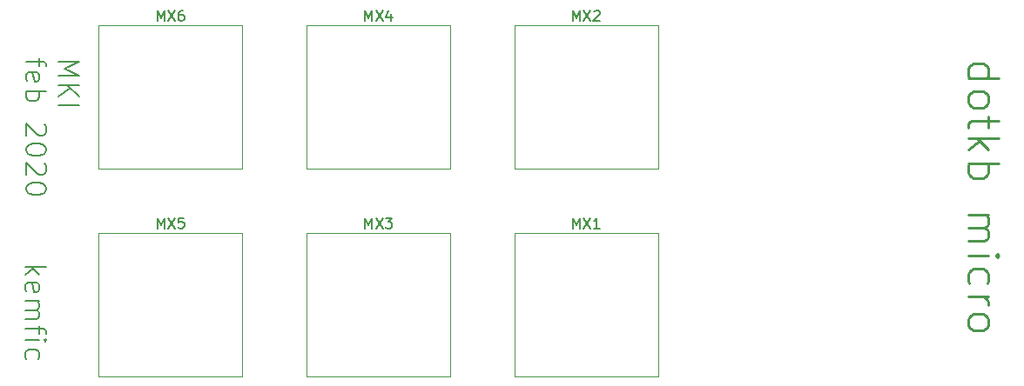
<source format=gbr>
G04 #@! TF.GenerationSoftware,KiCad,Pcbnew,5.1.5-52549c5~84~ubuntu18.04.1*
G04 #@! TF.CreationDate,2020-02-23T16:11:41-08:00*
G04 #@! TF.ProjectId,dotkb_micro,646f746b-625f-46d6-9963-726f2e6b6963,rev?*
G04 #@! TF.SameCoordinates,Original*
G04 #@! TF.FileFunction,Legend,Top*
G04 #@! TF.FilePolarity,Positive*
%FSLAX46Y46*%
G04 Gerber Fmt 4.6, Leading zero omitted, Abs format (unit mm)*
G04 Created by KiCad (PCBNEW 5.1.5-52549c5~84~ubuntu18.04.1) date 2020-02-23 16:11:41*
%MOMM*%
%LPD*%
G04 APERTURE LIST*
%ADD10C,0.200000*%
%ADD11C,0.250000*%
%ADD12C,0.120000*%
%ADD13C,0.150000*%
G04 APERTURE END LIST*
D10*
X57210438Y-99045466D02*
X59210438Y-99045466D01*
X57972342Y-99235942D02*
X57210438Y-99807371D01*
X58543771Y-99807371D02*
X57781866Y-99045466D01*
X57305676Y-101426419D02*
X57210438Y-101235942D01*
X57210438Y-100854990D01*
X57305676Y-100664514D01*
X57496152Y-100569276D01*
X58258057Y-100569276D01*
X58448533Y-100664514D01*
X58543771Y-100854990D01*
X58543771Y-101235942D01*
X58448533Y-101426419D01*
X58258057Y-101521657D01*
X58067580Y-101521657D01*
X57877104Y-100569276D01*
X57210438Y-102378800D02*
X58543771Y-102378800D01*
X58353295Y-102378800D02*
X58448533Y-102474038D01*
X58543771Y-102664514D01*
X58543771Y-102950228D01*
X58448533Y-103140704D01*
X58258057Y-103235942D01*
X57210438Y-103235942D01*
X58258057Y-103235942D02*
X58448533Y-103331180D01*
X58543771Y-103521657D01*
X58543771Y-103807371D01*
X58448533Y-103997847D01*
X58258057Y-104093085D01*
X57210438Y-104093085D01*
X58543771Y-104759752D02*
X58543771Y-105521657D01*
X57210438Y-105045466D02*
X58924723Y-105045466D01*
X59115200Y-105140704D01*
X59210438Y-105331180D01*
X59210438Y-105521657D01*
X57210438Y-106188323D02*
X58543771Y-106188323D01*
X59210438Y-106188323D02*
X59115200Y-106093085D01*
X59019961Y-106188323D01*
X59115200Y-106283561D01*
X59210438Y-106188323D01*
X59019961Y-106188323D01*
X57305676Y-107997847D02*
X57210438Y-107807371D01*
X57210438Y-107426419D01*
X57305676Y-107235942D01*
X57400914Y-107140704D01*
X57591390Y-107045466D01*
X58162819Y-107045466D01*
X58353295Y-107140704D01*
X58448533Y-107235942D01*
X58543771Y-107426419D01*
X58543771Y-107807371D01*
X58448533Y-107997847D01*
X60436038Y-79041390D02*
X62436038Y-79041390D01*
X61007466Y-79708057D01*
X62436038Y-80374723D01*
X60436038Y-80374723D01*
X60436038Y-81327104D02*
X62436038Y-81327104D01*
X60436038Y-82469961D02*
X61578895Y-81612819D01*
X62436038Y-82469961D02*
X61293180Y-81327104D01*
X60436038Y-83327104D02*
X62436038Y-83327104D01*
X58569371Y-78755676D02*
X58569371Y-79517580D01*
X57236038Y-79041390D02*
X58950323Y-79041390D01*
X59140800Y-79136628D01*
X59236038Y-79327104D01*
X59236038Y-79517580D01*
X57331276Y-80946152D02*
X57236038Y-80755676D01*
X57236038Y-80374723D01*
X57331276Y-80184247D01*
X57521752Y-80089009D01*
X58283657Y-80089009D01*
X58474133Y-80184247D01*
X58569371Y-80374723D01*
X58569371Y-80755676D01*
X58474133Y-80946152D01*
X58283657Y-81041390D01*
X58093180Y-81041390D01*
X57902704Y-80089009D01*
X57236038Y-81898533D02*
X59236038Y-81898533D01*
X58474133Y-81898533D02*
X58569371Y-82089009D01*
X58569371Y-82469961D01*
X58474133Y-82660438D01*
X58378895Y-82755676D01*
X58188419Y-82850914D01*
X57616990Y-82850914D01*
X57426514Y-82755676D01*
X57331276Y-82660438D01*
X57236038Y-82469961D01*
X57236038Y-82089009D01*
X57331276Y-81898533D01*
X59045561Y-85136628D02*
X59140800Y-85231866D01*
X59236038Y-85422342D01*
X59236038Y-85898533D01*
X59140800Y-86089009D01*
X59045561Y-86184247D01*
X58855085Y-86279485D01*
X58664609Y-86279485D01*
X58378895Y-86184247D01*
X57236038Y-85041390D01*
X57236038Y-86279485D01*
X59236038Y-87517580D02*
X59236038Y-87708057D01*
X59140800Y-87898533D01*
X59045561Y-87993771D01*
X58855085Y-88089009D01*
X58474133Y-88184247D01*
X57997942Y-88184247D01*
X57616990Y-88089009D01*
X57426514Y-87993771D01*
X57331276Y-87898533D01*
X57236038Y-87708057D01*
X57236038Y-87517580D01*
X57331276Y-87327104D01*
X57426514Y-87231866D01*
X57616990Y-87136628D01*
X57997942Y-87041390D01*
X58474133Y-87041390D01*
X58855085Y-87136628D01*
X59045561Y-87231866D01*
X59140800Y-87327104D01*
X59236038Y-87517580D01*
X59045561Y-88946152D02*
X59140800Y-89041390D01*
X59236038Y-89231866D01*
X59236038Y-89708057D01*
X59140800Y-89898533D01*
X59045561Y-89993771D01*
X58855085Y-90089009D01*
X58664609Y-90089009D01*
X58378895Y-89993771D01*
X57236038Y-88850914D01*
X57236038Y-90089009D01*
X59236038Y-91327104D02*
X59236038Y-91517580D01*
X59140800Y-91708057D01*
X59045561Y-91803295D01*
X58855085Y-91898533D01*
X58474133Y-91993771D01*
X57997942Y-91993771D01*
X57616990Y-91898533D01*
X57426514Y-91803295D01*
X57331276Y-91708057D01*
X57236038Y-91517580D01*
X57236038Y-91327104D01*
X57331276Y-91136628D01*
X57426514Y-91041390D01*
X57616990Y-90946152D01*
X57997942Y-90850914D01*
X58474133Y-90850914D01*
X58855085Y-90946152D01*
X59045561Y-91041390D01*
X59140800Y-91136628D01*
X59236038Y-91327104D01*
D11*
X148858457Y-80648500D02*
X151858457Y-80648500D01*
X149001314Y-80648500D02*
X148858457Y-80362785D01*
X148858457Y-79791357D01*
X149001314Y-79505642D01*
X149144171Y-79362785D01*
X149429885Y-79219928D01*
X150287028Y-79219928D01*
X150572742Y-79362785D01*
X150715600Y-79505642D01*
X150858457Y-79791357D01*
X150858457Y-80362785D01*
X150715600Y-80648500D01*
X148858457Y-82505642D02*
X149001314Y-82219928D01*
X149144171Y-82077071D01*
X149429885Y-81934214D01*
X150287028Y-81934214D01*
X150572742Y-82077071D01*
X150715600Y-82219928D01*
X150858457Y-82505642D01*
X150858457Y-82934214D01*
X150715600Y-83219928D01*
X150572742Y-83362785D01*
X150287028Y-83505642D01*
X149429885Y-83505642D01*
X149144171Y-83362785D01*
X149001314Y-83219928D01*
X148858457Y-82934214D01*
X148858457Y-82505642D01*
X150858457Y-84362785D02*
X150858457Y-85505642D01*
X151858457Y-84791357D02*
X149287028Y-84791357D01*
X149001314Y-84934214D01*
X148858457Y-85219928D01*
X148858457Y-85505642D01*
X148858457Y-86505642D02*
X151858457Y-86505642D01*
X150001314Y-86791357D02*
X148858457Y-87648500D01*
X150858457Y-87648500D02*
X149715600Y-86505642D01*
X148858457Y-88934214D02*
X151858457Y-88934214D01*
X150715600Y-88934214D02*
X150858457Y-89219928D01*
X150858457Y-89791357D01*
X150715600Y-90077071D01*
X150572742Y-90219928D01*
X150287028Y-90362785D01*
X149429885Y-90362785D01*
X149144171Y-90219928D01*
X149001314Y-90077071D01*
X148858457Y-89791357D01*
X148858457Y-89219928D01*
X149001314Y-88934214D01*
X148858457Y-93934214D02*
X150858457Y-93934214D01*
X150572742Y-93934214D02*
X150715600Y-94077071D01*
X150858457Y-94362785D01*
X150858457Y-94791357D01*
X150715600Y-95077071D01*
X150429885Y-95219928D01*
X148858457Y-95219928D01*
X150429885Y-95219928D02*
X150715600Y-95362785D01*
X150858457Y-95648500D01*
X150858457Y-96077071D01*
X150715600Y-96362785D01*
X150429885Y-96505642D01*
X148858457Y-96505642D01*
X148858457Y-97934214D02*
X150858457Y-97934214D01*
X151858457Y-97934214D02*
X151715600Y-97791357D01*
X151572742Y-97934214D01*
X151715600Y-98077071D01*
X151858457Y-97934214D01*
X151572742Y-97934214D01*
X149001314Y-100648500D02*
X148858457Y-100362785D01*
X148858457Y-99791357D01*
X149001314Y-99505642D01*
X149144171Y-99362785D01*
X149429885Y-99219928D01*
X150287028Y-99219928D01*
X150572742Y-99362785D01*
X150715600Y-99505642D01*
X150858457Y-99791357D01*
X150858457Y-100362785D01*
X150715600Y-100648500D01*
X148858457Y-101934214D02*
X150858457Y-101934214D01*
X150287028Y-101934214D02*
X150572742Y-102077071D01*
X150715600Y-102219928D01*
X150858457Y-102505642D01*
X150858457Y-102791357D01*
X148858457Y-104219928D02*
X149001314Y-103934214D01*
X149144171Y-103791357D01*
X149429885Y-103648500D01*
X150287028Y-103648500D01*
X150572742Y-103791357D01*
X150715600Y-103934214D01*
X150858457Y-104219928D01*
X150858457Y-104648500D01*
X150715600Y-104934214D01*
X150572742Y-105077071D01*
X150287028Y-105219928D01*
X149429885Y-105219928D01*
X149144171Y-105077071D01*
X149001314Y-104934214D01*
X148858457Y-104648500D01*
X148858457Y-104219928D01*
D12*
X104737001Y-109683001D02*
X104737001Y-95713001D01*
X118707001Y-109683001D02*
X104737001Y-109683001D01*
X118707001Y-95713001D02*
X118707001Y-109683001D01*
X104737001Y-95713001D02*
X118707001Y-95713001D01*
X104737001Y-89483001D02*
X104737001Y-75513001D01*
X118707001Y-89483001D02*
X104737001Y-89483001D01*
X118707001Y-75513001D02*
X118707001Y-89483001D01*
X104737001Y-75513001D02*
X118707001Y-75513001D01*
X84537001Y-95713001D02*
X98507001Y-95713001D01*
X98507001Y-95713001D02*
X98507001Y-109683001D01*
X98507001Y-109683001D02*
X84537001Y-109683001D01*
X84537001Y-109683001D02*
X84537001Y-95713001D01*
X84537001Y-75513001D02*
X98507001Y-75513001D01*
X98507001Y-75513001D02*
X98507001Y-89483001D01*
X98507001Y-89483001D02*
X84537001Y-89483001D01*
X84537001Y-89483001D02*
X84537001Y-75513001D01*
X64337001Y-95713001D02*
X78307001Y-95713001D01*
X78307001Y-95713001D02*
X78307001Y-109683001D01*
X78307001Y-109683001D02*
X64337001Y-109683001D01*
X64337001Y-109683001D02*
X64337001Y-95713001D01*
X64337001Y-89483001D02*
X64337001Y-75513001D01*
X78307001Y-89483001D02*
X64337001Y-89483001D01*
X78307001Y-75513001D02*
X78307001Y-89483001D01*
X64337001Y-75513001D02*
X78307001Y-75513001D01*
D13*
X110436286Y-95276381D02*
X110436286Y-94276381D01*
X110769620Y-94990667D01*
X111102953Y-94276381D01*
X111102953Y-95276381D01*
X111483905Y-94276381D02*
X112150572Y-95276381D01*
X112150572Y-94276381D02*
X111483905Y-95276381D01*
X113055334Y-95276381D02*
X112483905Y-95276381D01*
X112769620Y-95276381D02*
X112769620Y-94276381D01*
X112674381Y-94419239D01*
X112579143Y-94514477D01*
X112483905Y-94562096D01*
X110436286Y-75076381D02*
X110436286Y-74076381D01*
X110769620Y-74790667D01*
X111102953Y-74076381D01*
X111102953Y-75076381D01*
X111483905Y-74076381D02*
X112150572Y-75076381D01*
X112150572Y-74076381D02*
X111483905Y-75076381D01*
X112483905Y-74171620D02*
X112531524Y-74124001D01*
X112626762Y-74076381D01*
X112864858Y-74076381D01*
X112960096Y-74124001D01*
X113007715Y-74171620D01*
X113055334Y-74266858D01*
X113055334Y-74362096D01*
X113007715Y-74504953D01*
X112436286Y-75076381D01*
X113055334Y-75076381D01*
X90236286Y-95276381D02*
X90236286Y-94276381D01*
X90569620Y-94990667D01*
X90902953Y-94276381D01*
X90902953Y-95276381D01*
X91283905Y-94276381D02*
X91950572Y-95276381D01*
X91950572Y-94276381D02*
X91283905Y-95276381D01*
X92236286Y-94276381D02*
X92855334Y-94276381D01*
X92522001Y-94657334D01*
X92664858Y-94657334D01*
X92760096Y-94704953D01*
X92807715Y-94752572D01*
X92855334Y-94847810D01*
X92855334Y-95085905D01*
X92807715Y-95181143D01*
X92760096Y-95228762D01*
X92664858Y-95276381D01*
X92379143Y-95276381D01*
X92283905Y-95228762D01*
X92236286Y-95181143D01*
X90236286Y-75076381D02*
X90236286Y-74076381D01*
X90569620Y-74790667D01*
X90902953Y-74076381D01*
X90902953Y-75076381D01*
X91283905Y-74076381D02*
X91950572Y-75076381D01*
X91950572Y-74076381D02*
X91283905Y-75076381D01*
X92760096Y-74409715D02*
X92760096Y-75076381D01*
X92522001Y-74028762D02*
X92283905Y-74743048D01*
X92902953Y-74743048D01*
X70036286Y-95276381D02*
X70036286Y-94276381D01*
X70369620Y-94990667D01*
X70702953Y-94276381D01*
X70702953Y-95276381D01*
X71083905Y-94276381D02*
X71750572Y-95276381D01*
X71750572Y-94276381D02*
X71083905Y-95276381D01*
X72607715Y-94276381D02*
X72131524Y-94276381D01*
X72083905Y-94752572D01*
X72131524Y-94704953D01*
X72226762Y-94657334D01*
X72464858Y-94657334D01*
X72560096Y-94704953D01*
X72607715Y-94752572D01*
X72655334Y-94847810D01*
X72655334Y-95085905D01*
X72607715Y-95181143D01*
X72560096Y-95228762D01*
X72464858Y-95276381D01*
X72226762Y-95276381D01*
X72131524Y-95228762D01*
X72083905Y-95181143D01*
X70036286Y-75076381D02*
X70036286Y-74076381D01*
X70369620Y-74790667D01*
X70702953Y-74076381D01*
X70702953Y-75076381D01*
X71083905Y-74076381D02*
X71750572Y-75076381D01*
X71750572Y-74076381D02*
X71083905Y-75076381D01*
X72560096Y-74076381D02*
X72369620Y-74076381D01*
X72274381Y-74124001D01*
X72226762Y-74171620D01*
X72131524Y-74314477D01*
X72083905Y-74504953D01*
X72083905Y-74885905D01*
X72131524Y-74981143D01*
X72179143Y-75028762D01*
X72274381Y-75076381D01*
X72464858Y-75076381D01*
X72560096Y-75028762D01*
X72607715Y-74981143D01*
X72655334Y-74885905D01*
X72655334Y-74647810D01*
X72607715Y-74552572D01*
X72560096Y-74504953D01*
X72464858Y-74457334D01*
X72274381Y-74457334D01*
X72179143Y-74504953D01*
X72131524Y-74552572D01*
X72083905Y-74647810D01*
M02*

</source>
